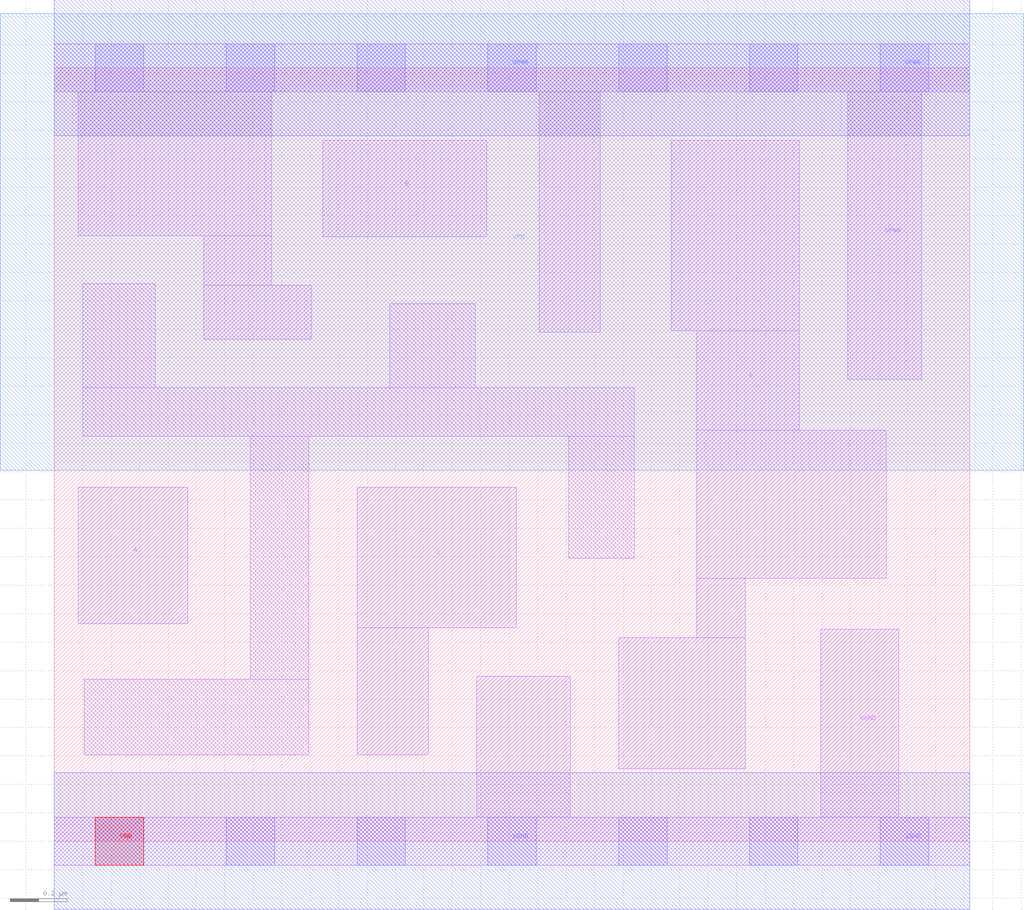
<source format=lef>
# Copyright 2020 The SkyWater PDK Authors
#
# Licensed under the Apache License, Version 2.0 (the "License");
# you may not use this file except in compliance with the License.
# You may obtain a copy of the License at
#
#     https://www.apache.org/licenses/LICENSE-2.0
#
# Unless required by applicable law or agreed to in writing, software
# distributed under the License is distributed on an "AS IS" BASIS,
# WITHOUT WARRANTIES OR CONDITIONS OF ANY KIND, either express or implied.
# See the License for the specific language governing permissions and
# limitations under the License.
#
# SPDX-License-Identifier: Apache-2.0

VERSION 5.7 ;
  NOWIREEXTENSIONATPIN ON ;
  DIVIDERCHAR "/" ;
  BUSBITCHARS "[]" ;
PROPERTYDEFINITIONS
  MACRO maskLayoutSubType STRING ;
  MACRO prCellType STRING ;
  MACRO originalViewName STRING ;
END PROPERTYDEFINITIONS
MACRO sky130_fd_sc_hdll__and3_2
  CLASS CORE ;
  FOREIGN sky130_fd_sc_hdll__and3_2 ;
  ORIGIN  0.000000  0.000000 ;
  SIZE  3.220000 BY  2.720000 ;
  SYMMETRY X Y R90 ;
  SITE unithd ;
  PIN A
    ANTENNAGATEAREA  0.138600 ;
    DIRECTION INPUT ;
    USE SIGNAL ;
    PORT
      LAYER li1 ;
        RECT 0.085000 0.765000 0.470000 1.245000 ;
    END
  END A
  PIN B
    ANTENNAGATEAREA  0.138600 ;
    DIRECTION INPUT ;
    USE SIGNAL ;
    PORT
      LAYER li1 ;
        RECT 0.945000 2.125000 1.520000 2.465000 ;
    END
  END B
  PIN C
    ANTENNAGATEAREA  0.138600 ;
    DIRECTION INPUT ;
    USE SIGNAL ;
    PORT
      LAYER li1 ;
        RECT 1.065000 0.305000 1.315000 0.750000 ;
        RECT 1.065000 0.750000 1.625000 1.245000 ;
    END
  END C
  PIN VGND
    ANTENNADIFFAREA  0.509300 ;
    DIRECTION INOUT ;
    USE SIGNAL ;
    PORT
      LAYER li1 ;
        RECT 0.000000 -0.085000 3.220000 0.085000 ;
        RECT 1.485000  0.085000 1.815000 0.580000 ;
        RECT 2.695000  0.085000 2.970000 0.745000 ;
      LAYER mcon ;
        RECT 0.145000 -0.085000 0.315000 0.085000 ;
        RECT 0.605000 -0.085000 0.775000 0.085000 ;
        RECT 1.065000 -0.085000 1.235000 0.085000 ;
        RECT 1.525000 -0.085000 1.695000 0.085000 ;
        RECT 1.985000 -0.085000 2.155000 0.085000 ;
        RECT 2.445000 -0.085000 2.615000 0.085000 ;
        RECT 2.905000 -0.085000 3.075000 0.085000 ;
    END
    PORT
      LAYER met1 ;
        RECT 0.000000 -0.240000 3.220000 0.240000 ;
    END
  END VGND
  PIN VNB
    PORT
      LAYER pwell ;
        RECT 0.145000 -0.085000 0.315000 0.085000 ;
    END
  END VNB
  PIN VPB
    PORT
      LAYER nwell ;
        RECT -0.190000 1.305000 3.410000 2.910000 ;
    END
  END VPB
  PIN VPWR
    ANTENNADIFFAREA  0.832500 ;
    DIRECTION INOUT ;
    USE SIGNAL ;
    PORT
      LAYER li1 ;
        RECT 0.000000 2.635000 3.220000 2.805000 ;
        RECT 0.085000 2.130000 0.765000 2.635000 ;
        RECT 0.525000 1.765000 0.905000 1.955000 ;
        RECT 0.525000 1.955000 0.765000 2.130000 ;
        RECT 1.705000 1.790000 1.920000 2.635000 ;
        RECT 2.790000 1.625000 3.050000 2.635000 ;
      LAYER mcon ;
        RECT 0.145000 2.635000 0.315000 2.805000 ;
        RECT 0.605000 2.635000 0.775000 2.805000 ;
        RECT 1.065000 2.635000 1.235000 2.805000 ;
        RECT 1.525000 2.635000 1.695000 2.805000 ;
        RECT 1.985000 2.635000 2.155000 2.805000 ;
        RECT 2.445000 2.635000 2.615000 2.805000 ;
        RECT 2.905000 2.635000 3.075000 2.805000 ;
    END
    PORT
      LAYER met1 ;
        RECT 0.000000 2.480000 3.220000 2.960000 ;
    END
  END VPWR
  PIN X
    ANTENNADIFFAREA  0.511000 ;
    DIRECTION OUTPUT ;
    USE SIGNAL ;
    PORT
      LAYER li1 ;
        RECT 1.985000 0.255000 2.430000 0.715000 ;
        RECT 2.170000 1.795000 2.620000 2.465000 ;
        RECT 2.260000 0.715000 2.430000 0.925000 ;
        RECT 2.260000 0.925000 2.925000 1.445000 ;
        RECT 2.260000 1.445000 2.620000 1.795000 ;
    END
  END X
  OBS
    LAYER li1 ;
      RECT 0.100000 1.425000 2.040000 1.595000 ;
      RECT 0.100000 1.595000 0.355000 1.960000 ;
      RECT 0.105000 0.305000 0.895000 0.570000 ;
      RECT 0.690000 0.570000 0.895000 1.425000 ;
      RECT 1.180000 1.595000 1.480000 1.890000 ;
      RECT 1.810000 0.995000 2.040000 1.425000 ;
  END
  PROPERTY maskLayoutSubType "abstract" ;
  PROPERTY prCellType "standard" ;
  PROPERTY originalViewName "layout" ;
END sky130_fd_sc_hdll__and3_2
END LIBRARY

</source>
